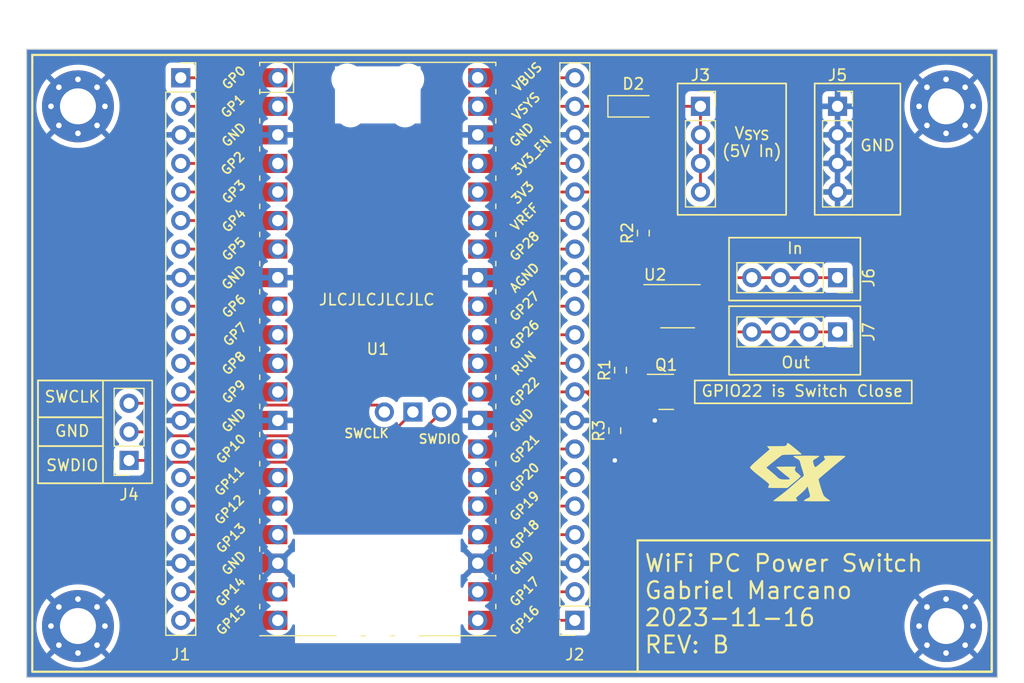
<source format=kicad_pcb>
(kicad_pcb (version 20221018) (generator pcbnew)
  (layers (0 "F.Cu" signal) (31 "B.Cu" signal) (34 "B.Paste" user) (35 "F.Paste" user) (36 "B.SilkS" user "B.Silkscreen") (37 "F.SilkS" user "F.Silkscreen") (38 "B.Mask" user) (39 "F.Mask" user) (44 "Edge.Cuts" user))
  (property "AUTHOR" "Gabriel Marcano")
  (net 0 "")
  (net 1 "Net-(Q1-G)")
  (net 2 "GND")
  (net 3 "Net-(Q1-D)")
  (net 4 "Net-(R2-Pad1)")
  (net 5 "Net-(J7-Pin_1)")
  (net 6 "Net-(J6-Pin_1)")
  (net 7 "Net-(D2-K)")
  (net 8 "Net-(D2-A)")
  (net 9 "Net-(J1-Pin_1)")
  (net 10 "Net-(J1-Pin_2)")
  (net 11 "Net-(J1-Pin_4)")
  (net 12 "Net-(J1-Pin_5)")
  (net 13 "Net-(J1-Pin_6)")
  (net 14 "Net-(J1-Pin_7)")
  (net 15 "Net-(J1-Pin_9)")
  (net 16 "Net-(J1-Pin_10)")
  (net 17 "Net-(J1-Pin_11)")
  (net 18 "Net-(J1-Pin_12)")
  (net 19 "Net-(J1-Pin_14)")
  (net 20 "Net-(J1-Pin_15)")
  (net 21 "Net-(J1-Pin_16)")
  (net 22 "Net-(J1-Pin_17)")
  (net 23 "Net-(J1-Pin_19)")
  (net 24 "Net-(J1-Pin_20)")
  (net 25 "Net-(J2-Pin_1)")
  (net 26 "Net-(J2-Pin_2)")
  (net 27 "Net-(J2-Pin_4)")
  (net 28 "Net-(J2-Pin_5)")
  (net 29 "Net-(J2-Pin_6)")
  (net 30 "Net-(J2-Pin_7)")
  (net 31 "Net-(J2-Pin_10)")
  (net 32 "Net-(J2-Pin_11)")
  (net 33 "Net-(J2-Pin_12)")
  (net 34 "Net-(J2-Pin_14)")
  (net 35 "Net-(J2-Pin_15)")
  (net 36 "/V_{3.3}")
  (net 37 "Net-(J2-Pin_17)")
  (net 38 "Net-(J2-Pin_20)")
  (net 39 "Net-(J4-Pin_3)")
  (net 40 "Net-(J4-Pin_2)")
  (net 41 "Net-(J4-Pin_1)")
  (net 42 "/EN")
  (footprint "Package_TO_SOT_SMD:SOT-23" (layer "F.Cu") (at 188.976 105.664)
    (fp_text reference "Q1" (at 0 -2.4) (layer "F.SilkS"))
    (fp_text value "BSS123")
    (pad "1" smd roundrect (at -0.9375 -0.95) (size 1.475 0.6) (layers "F.Cu" "F.Paste" "F.Mask") (net 1 "Net-(Q1-G)"))
    (pad "2" smd roundrect (at -0.9375 0.95) (size 1.475 0.6) (layers "F.Cu" "F.Paste" "F.Mask") (net 2 "GND"))
    (pad "3" smd roundrect (at 0.9375 0) (size 1.475 0.6) (layers "F.Cu" "F.Paste" "F.Mask") (net 3 "Net-(Q1-D)"))
  )
  (footprint "Connector_PinSocket_2.54mm:PinSocket_1x04_P2.54mm_Vertical" (layer "F.Cu") (at 204.216 100.33 -90)
    (fp_text reference "J7" (at 0 -2.77 90) (layer "F.SilkS"))
    (fp_text value "Conn_01x04_Socket")
    (pad "1" thru_hole rect (at 0 0 270) (size 1.7 1.7) (drill 1) (layers "*.Cu" "*.Mask") (net 5 "Net-(J7-Pin_1)"))
    (pad "2" thru_hole oval (at 0 2.54 270) (size 1.7 1.7) (drill 1) (layers "*.Cu" "*.Mask") (net 5 "Net-(J7-Pin_1)"))
    (pad "3" thru_hole oval (at 0 5.08 270) (size 1.7 1.7) (drill 1) (layers "*.Cu" "*.Mask") (net 5 "Net-(J7-Pin_1)"))
    (pad "4" thru_hole oval (at 0 7.62 270) (size 1.7 1.7) (drill 1) (layers "*.Cu" "*.Mask") (net 5 "Net-(J7-Pin_1)"))
  )
  (footprint "Connector_PinSocket_2.54mm:PinSocket_1x04_P2.54mm_Vertical" (layer "F.Cu") (at 204.216 95.504 -90)
    (fp_text reference "J6" (at 0 -2.77 90) (layer "F.SilkS"))
    (fp_text value "Conn_01x04_Socket")
    (pad "1" thru_hole rect (at 0 0 270) (size 1.7 1.7) (drill 1) (layers "*.Cu" "*.Mask") (net 6 "Net-(J6-Pin_1)"))
    (pad "2" thru_hole oval (at 0 2.54 270) (size 1.7 1.7) (drill 1) (layers "*.Cu" "*.Mask") (net 6 "Net-(J6-Pin_1)"))
    (pad "3" thru_hole oval (at 0 5.08 270) (size 1.7 1.7) (drill 1) (layers "*.Cu" "*.Mask") (net 6 "Net-(J6-Pin_1)"))
    (pad "4" thru_hole oval (at 0 7.62 270) (size 1.7 1.7) (drill 1) (layers "*.Cu" "*.Mask") (net 6 "Net-(J6-Pin_1)"))
  )
  (footprint "Connector_PinSocket_2.54mm:PinSocket_1x20_P2.54mm_Vertical" (layer "F.Cu") (at 145.796 77.724)
    (fp_text reference "J1" (at 0 51.308) (layer "F.SilkS"))
    (fp_text value "Conn_01x20_Socket")
    (pad "1" thru_hole rect (at 0 0) (size 1.7 1.7) (drill 1) (layers "*.Cu" "*.Mask") (net 9 "Net-(J1-Pin_1)"))
    (pad "2" thru_hole oval (at 0 2.54) (size 1.7 1.7) (drill 1) (layers "*.Cu" "*.Mask") (net 10 "Net-(J1-Pin_2)"))
    (pad "3" thru_hole oval (at 0 5.08) (size 1.7 1.7) (drill 1) (layers "*.Cu" "*.Mask") (net 2 "GND"))
    (pad "4" thru_hole oval (at 0 7.62) (size 1.7 1.7) (drill 1) (layers "*.Cu" "*.Mask") (net 11 "Net-(J1-Pin_4)"))
    (pad "5" thru_hole oval (at 0 10.16) (size 1.7 1.7) (drill 1) (layers "*.Cu" "*.Mask") (net 12 "Net-(J1-Pin_5)"))
    (pad "6" thru_hole oval (at 0 12.7) (size 1.7 1.7) (drill 1) (layers "*.Cu" "*.Mask") (net 13 "Net-(J1-Pin_6)"))
    (pad "7" thru_hole oval (at 0 15.24) (size 1.7 1.7) (drill 1) (layers "*.Cu" "*.Mask") (net 14 "Net-(J1-Pin_7)"))
    (pad "8" thru_hole oval (at 0 17.78) (size 1.7 1.7) (drill 1) (layers "*.Cu" "*.Mask") (net 2 "GND"))
    (pad "9" thru_hole oval (at 0 20.32) (size 1.7 1.7) (drill 1) (layers "*.Cu" "*.Mask") (net 15 "Net-(J1-Pin_9)"))
    (pad "10" thru_hole oval (at 0 22.86) (size 1.7 1.7) (drill 1) (layers "*.Cu" "*.Mask") (net 16 "Net-(J1-Pin_10)"))
    (pad "11" thru_hole oval (at 0 25.4) (size 1.7 1.7) (drill 1) (layers "*.Cu" "*.Mask") (net 17 "Net-(J1-Pin_11)"))
    (pad "12" thru_hole oval (at 0 27.94) (size 1.7 1.7) (drill 1) (layers "*.Cu" "*.Mask") (net 18 "Net-(J1-Pin_12)"))
    (pad "13" thru_hole oval (at 0 30.48) (size 1.7 1.7) (drill 1) (layers "*.Cu" "*.Mask") (net 2 "GND"))
    (pad "14" thru_hole oval (at 0 33.02) (size 1.7 1.7) (drill 1) (layers "*.Cu" "*.Mask") (net 19 "Net-(J1-Pin_14)"))
    (pad "15" thru_hole oval (at 0 35.56) (size 1.7 1.7) (drill 1) (layers "*.Cu" "*.Mask") (net 20 "Net-(J1-Pin_15)"))
    (pad "16" thru_hole oval (at 0 38.1) (size 1.7 1.7) (drill 1) (layers "*.Cu" "*.Mask") (net 21 "Net-(J1-Pin_16)"))
    (pad "17" thru_hole oval (at 0 40.64) (size 1.7 1.7) (drill 1) (layers "*.Cu" "*.Mask") (net 22 "Net-(J1-Pin_17)"))
    (pad "18" thru_hole oval (at 0 43.18) (size 1.7 1.7) (drill 1) (layers "*.Cu" "*.Mask") (net 2 "GND"))
    (pad "19" thru_hole oval (at 0 45.72) (size 1.7 1.7) (drill 1) (layers "*.Cu" "*.Mask") (net 23 "Net-(J1-Pin_19)"))
    (pad "20" thru_hole oval (at 0 48.26) (size 1.7 1.7) (drill 1) (layers "*.Cu" "*.Mask") (net 24 "Net-(J1-Pin_20)"))
  )
  (footprint "Resistor_SMD:R_0603_1608Metric_Pad0.98x0.95mm_HandSolder" (layer "F.Cu") (at 184.912 103.7355 90)
    (fp_text reference "R1" (at 0 -1.43 90) (layer "F.SilkS"))
    (fp_text value "10k")
    (pad "1" smd roundrect (at -0.9125 0 90) (size 0.975 0.95) (layers "F.Cu" "F.Paste" "F.Mask") (net 1 "Net-(Q1-G)"))
    (pad "2" smd roundrect (at 0.9125 0 90) (size 0.975 0.95) (layers "F.Cu" "F.Paste" "F.Mask") (net 42 "/EN"))
  )
  (footprint "MountingHole:MountingHole_3.2mm_M3_Pad_Via" (layer "F.Cu") (at 213.868 80.264)
    (fp_text reference "H2" hide)
    (fp_text value "MountingHole_Pad")
    (pad "1" thru_hole circle (at -2.4 0) (size 0.8 0.8) (drill 0.5) (layers "*.Cu" "*.Mask") (net 2 "GND"))
    (pad "1" thru_hole circle (at -1.697056 -1.697056) (size 0.8 0.8) (drill 0.5) (layers "*.Cu" "*.Mask") (net 2 "GND"))
    (pad "1" thru_hole circle (at -1.697056 1.697056) (size 0.8 0.8) (drill 0.5) (layers "*.Cu" "*.Mask") (net 2 "GND"))
    (pad "1" thru_hole circle (at 0 -2.4) (size 0.8 0.8) (drill 0.5) (layers "*.Cu" "*.Mask") (net 2 "GND"))
    (pad "1" thru_hole circle (at 0 0) (size 6.4 6.4) (drill 3.2) (layers "*.Cu" "*.Mask") (net 2 "GND"))
    (pad "1" thru_hole circle (at 0 2.4) (size 0.8 0.8) (drill 0.5) (layers "*.Cu" "*.Mask") (net 2 "GND"))
    (pad "1" thru_hole circle (at 1.697056 -1.697056) (size 0.8 0.8) (drill 0.5) (layers "*.Cu" "*.Mask") (net 2 "GND"))
    (pad "1" thru_hole circle (at 1.697056 1.697056) (size 0.8 0.8) (drill 0.5) (layers "*.Cu" "*.Mask") (net 2 "GND"))
    (pad "1" thru_hole circle (at 2.4 0) (size 0.8 0.8) (drill 0.5) (layers "*.Cu" "*.Mask") (net 2 "GND"))
  )
  (footprint "Marcano:GX_logo" (layer "F.Cu") (at 200.66 112.776)
    (fp_text reference "G***" hide)
    (fp_text value "GX_LOGO" hide)
  )
  (footprint "Connector_PinSocket_2.54mm:PinSocket_1x04_P2.54mm_Vertical" (layer "F.Cu") (at 204.216 80.264)
    (fp_text reference "J5" (at 0 -2.77) (layer "F.SilkS"))
    (fp_text value "Conn_01x04_Socket")
    (pad "1" thru_hole rect (at 0 0) (size 1.7 1.7) (drill 1) (layers "*.Cu" "*.Mask") (net 2 "GND"))
    (pad "2" thru_hole oval (at 0 2.54) (size 1.7 1.7) (drill 1) (layers "*.Cu" "*.Mask") (net 2 "GND"))
    (pad "3" thru_hole oval (at 0 5.08) (size 1.7 1.7) (drill 1) (layers "*.Cu" "*.Mask") (net 2 "GND"))
    (pad "4" thru_hole oval (at 0 7.62) (size 1.7 1.7) (drill 1) (layers "*.Cu" "*.Mask") (net 2 "GND"))
  )
  (footprint "Diode_SMD:Nexperia_CFP3_SOD-123W" (layer "F.Cu") (at 186.052 80.264)
    (fp_text reference "D2" (at 0 -2) (layer "F.SilkS"))
    (fp_text value "PMEG2010ER")
    (pad "1" smd rect (at -1.4 0) (size 1.2 1.2) (layers "F.Cu" "F.Paste" "F.Mask") (net 7 "Net-(D2-K)"))
    (pad "2" smd rect (at 1.4 0) (size 1.2 1.2) (layers "F.Cu" "F.Paste" "F.Mask") (net 8 "Net-(D2-A)"))
  )
  (footprint "Connector_PinSocket_2.54mm:PinSocket_1x04_P2.54mm_Vertical" (layer "F.Cu") (at 192.024 80.264)
    (fp_text reference "J3" (at 0 -2.77) (layer "F.SilkS"))
    (fp_text value "Conn_01x04_Socket")
    (pad "1" thru_hole rect (at 0 0) (size 1.7 1.7) (drill 1) (layers "*.Cu" "*.Mask") (net 8 "Net-(D2-A)"))
    (pad "2" thru_hole oval (at 0 2.54) (size 1.7 1.7) (drill 1) (layers "*.Cu" "*.Mask") (net 8 "Net-(D2-A)"))
    (pad "3" thru_hole oval (at 0 5.08) (size 1.7 1.7) (drill 1) (layers "*.Cu" "*.Mask") (net 8 "Net-(D2-A)"))
    (pad "4" thru_hole oval (at 0 7.62) (size 1.7 1.7) (drill 1) (layers "*.Cu" "*.Mask") (net 8 "Net-(D2-A)"))
  )
  (footprint "Connector_PinSocket_2.54mm:PinSocket_1x03_P2.54mm_Vertical" (layer "F.Cu") (at 141.199 111.76 180)
    (fp_text reference "J4" (at 0 -3.048) (layer "F.SilkS"))
    (fp_text value "Conn_01x03_Socket" hide)
    (pad "1" thru_hole rect (at 0 0 180) (size 1.7 1.7) (drill 1) (layers "*.Cu" "*.Mask") (net 41 "Net-(J4-Pin_1)"))
    (pad "2" thru_hole oval (at 0 2.54 180) (size 1.7 1.7) (drill 1) (layers "*.Cu" "*.Mask") (net 40 "Net-(J4-Pin_2)"))
    (pad "3" thru_hole oval (at 0 5.08 180) (size 1.7 1.7) (drill 1) (layers "*.Cu" "*.Mask") (net 39 "Net-(J4-Pin_3)"))
  )
  (footprint "Resistor_SMD:R_0603_1608Metric_Pad0.98x0.95mm_HandSolder" (layer "F.Cu") (at 184.404 109.1165 90)
    (fp_text reference "R3" (at 0 -1.43 90) (layer "F.SilkS"))
    (fp_text value "10k")
    (pad "1" smd roundrect (at -0.9125 0 90) (size 0.975 0.95) (layers "F.Cu" "F.Paste" "F.Mask") (net 2 "GND"))
    (pad "2" smd roundrect (at 0.9125 0 90) (size 0.975 0.95) (layers "F.Cu" "F.Paste" "F.Mask") (net 42 "/EN"))
  )
  (footprint "Resistor_SMD:R_0603_1608Metric_Pad0.98x0.95mm_HandSolder" (layer "F.Cu") (at 186.944 91.5435 90)
    (fp_text reference "R2" (at 0 -1.43 90) (layer "F.SilkS"))
    (fp_text value "360")
    (pad "1" smd roundrect (at -0.9125 0 90) (size 0.975 0.95) (layers "F.Cu" "F.Paste" "F.Mask") (net 4 "Net-(R2-Pad1)"))
    (pad "2" smd roundrect (at 0.9125 0 90) (size 0.975 0.95) (layers "F.Cu" "F.Paste" "F.Mask") (net 36 "/V_{3.3}"))
  )
  (footprint "RPi_Pico:RPi_PicoW_SMD_TH" (layer "F.Cu") (at 163.322 101.854)
    (fp_text reference "U1" (at 0 0) (layer "F.SilkS"))
    (fp_text value "PicoW")
    (fp_text user "3V3" (at 12.9 -13.9 45) (layer "F.SilkS") (effects (font (size 0.8 0.8))))
    (fp_text user "GND" (at -12.8 -19.05 45) (layer "F.SilkS") (effects (font (size 0.8 0.8))))
    (fp_text user "GP13" (at -13.054 16.8325 45) (layer "F.SilkS") (effects (font (size 0.8 0.8))))
    (fp_text user "GND" (at 12.8 19.05 45) (layer "F.SilkS") (effects (font (size 0.8 0.8))))
    (fp_text user "SWDIO" (at 5.5 8) (layer "F.SilkS") (effects (font (size 0.8 0.8))))
    (fp_text user "GP18" (at 13.054 16.51 45) (layer "F.SilkS") (effects (font (size 0.8 0.8))))
    (fp_text user "GP3" (at -12.8 -13.97 45) (layer "F.SilkS") (effects (font (size 0.8 0.8))))
    (fp_text user "GP5" (at -12.8 -8.89 45) (layer "F.SilkS") (effects (font (size 0.8 0.8))))
    (fp_text user "GP4" (at -12.8 -11.43 45) (layer "F.SilkS") (effects (font (size 0.8 0.8))))
    (fp_text user "GP26" (at 13.054 -1.27 45) (layer "F.SilkS") (effects (font (size 0.8 0.8))))
    (fp_text user "GP16" (at 13.054 24.13 45) (layer "F.SilkS") (effects (font (size 0.8 0.8))))
    (fp_text user "GP2" (at -12.9 -16.51 45) (layer "F.SilkS") (effects (font (size 0.8 0.8))))
    (fp_text user "GP0" (at -12.8 -24.13 45) (layer "F.SilkS") (effects (font (size 0.8 0.8))))
    (fp_text user "VSYS" (at 13.2 -21.59 45) (layer "F.SilkS") (effects (font (size 0.8 0.8))))
    (fp_text user "GP28" (at 13.054 -9.144 45) (layer "F.SilkS") (effects (font (size 0.8 0.8))))
    (fp_text user "GP1" (at -12.9 -21.6 45) (layer "F.SilkS") (effects (font (size 0.8 0.8))))
    (fp_text user "GP14" (at -13.1 21.59 45) (layer "F.SilkS") (effects (font (size 0.8 0.8))))
    (fp_text user "AGND" (at 13.054 -6.35 45) (layer "F.SilkS") (effects (font (size 0.8 0.8))))
    (fp_text user "GP22" (at 13.054 3.81 45) (layer "F.SilkS") (effects (font (size 0.8 0.8))))
    (fp_text user "GND" (at -12.8 19.05 45) (layer "F.SilkS") (effects (font (size 0.8 0.8))))
    (fp_text user "GND" (at 12.8 -19.05 45) (layer "F.SilkS") (effects (font (size 0.8 0.8))))
    (fp_text user "GND" (at -12.8 -6.35 45) (layer "F.SilkS") (effects (font (size 0.8 0.8))))
    (fp_text user "VREF" (at 13.0675 -11.7425 45) (layer "F.SilkS") (effects (font (size 0.8 0.8))))
    (fp_text user "GP8" (at -12.8 1.27 45) (layer "F.SilkS") (effects (font (size 0.8 0.8))))
    (fp_text user "GP15" (at -13.054 24.13 45) (layer "F.SilkS") (effects (font (size 0.8 0.8))))
    (fp_text user "GP17" (at 13.054 21.59 45) (layer "F.SilkS") (effects (font (size 0.8 0.8))))
    (fp_text user "RUN" (at 13 1.27 45) (layer "F.SilkS") (effects (font (size 0.8 0.8))))
    (fp_text user "GP21" (at 13.054 8.9 45) (layer "F.SilkS") (effects (font (size 0.8 0.8))))
    (fp_text user "GP27" (at 13.054 -3.8 45) (layer "F.SilkS") (effects (font (size 0.8 0.8))))
    (fp_text user "GP20" (at 13.054 11.43 45) (layer "F.SilkS") (effects (font (size 0.8 0.8))))
    (fp_text user "GP6" (at -12.8 -3.81 45) (layer "F.SilkS") (effects (font (size 0.8 0.8))))
    (fp_text user "GP10" (at -13.054 8.89 45) (layer "F.SilkS") (effects (font (size 0.8 0.8))))
    (fp_text user "GP11" (at -13.2 11.7525 45) (layer "F.SilkS") (effects (font (size 0.8 0.8))))
    (fp_text user "VBUS" (at 13.3 -24.2 45) (layer "F.SilkS") (effects (font (size 0.8 0.8))))
    (fp_text user "GP7" (at -12.7 -1.3 45) (layer "F.SilkS") (effects (font (size 0.8 0.8))))
    (fp_text user "GP12" (at -13.2 14.2925 45) (layer "F.SilkS") (effects (font (size 0.8 0.8))))
    (fp_text user "GP9" (at -12.8 3.81 45) (layer "F.SilkS") (effects (font (size 0.8 0.8))))
    (fp_text user "GND" (at -12.8 6.35 45) (layer "F.SilkS") (effects (font (size 0.8 0.8))))
    (fp_text user "SWCLK" (at -1 7.5) (layer "F.SilkS") (effects (font (size 0.8 0.8))))
    (fp_text user "3V3_EN" (at 13.7 -17.2 45) (layer "F.SilkS") (effects (font (size 0.8 0.8))))
    (fp_text user "GP19" (at 13.054 13.97 45) (layer "F.SilkS") (effects (font (size 0.8 0.8))))
    (fp_text user "GND" (at 12.8 6.35 45) (layer "F.SilkS") (effects (font (size 0.8 0.8))))
    (pad "" np_thru_hole oval (at -2.725 -24) (size 1.8 1.8) (drill 1.8) (layers "*.Cu" "*.Mask"))
    (pad "" np_thru_hole oval (at -2.425 -20.97) (size 1.5 1.5) (drill 1.5) (layers "*.Cu" "*.Mask"))
    (pad "" np_thru_hole oval (at 2.425 -20.97) (size 1.5 1.5) (drill 1.5) (layers "*.Cu" "*.Mask"))
    (pad "" np_thru_hole oval (at 2.725 -24) (size 1.8 1.8) (drill 1.8) (layers "*.Cu" "*.Mask"))
    (pad "1" thru_hole oval (at -8.89 -24.13) (size 1.7 1.7) (drill 1.02) (layers "*.Cu" "*.Mask") (net 9 "Net-(J1-Pin_1)"))
    (pad "1" smd rect (at -8.89 -24.13) (size 3.5 1.7) (drill (offset -0.9 0)) (layers "F.Cu" "F.Mask") (net 9 "Net-(J1-Pin_1)"))
    (pad "2" thru_hole oval (at -8.89 -21.59) (size 1.7 1.7) (drill 1.02) (layers "*.Cu" "*.Mask") (net 10 "Net-(J1-Pin_2)"))
    (pad "2" smd rect (at -8.89 -21.59) (size 3.5 1.7) (drill (offset -0.9 0)) (layers "F.Cu" "F.Mask") (net 10 "Net-(J1-Pin_2)"))
    (pad "3" thru_hole rect (at -8.89 -19.05) (size 1.7 1.7) (drill 1.02) (layers "*.Cu" "*.Mask") (net 2 "GND"))
    (pad "3" smd rect (at -8.89 -19.05) (size 3.5 1.7) (drill (offset -0.9 0)) (layers "F.Cu" "F.Mask") (net 2 "GND"))
    (pad "4" thru_hole oval (at -8.89 -16.51) (size 1.7 1.7) (drill 1.02) (layers "*.Cu" "*.Mask") (net 11 "Net-(J1-Pin_4)"))
    (pad "4" smd rect (at -8.89 -16.51) (size 3.5 1.7) (drill (offset -0.9 0)) (layers "F.Cu" "F.Mask") (net 11 "Net-(J1-Pin_4)"))
    (pad "5" thru_hole oval (at -8.89 -13.97) (size 1.7 1.7) (drill 1.02) (layers "*.Cu" "*.Mask") (net 12 "Net-(J1-Pin_5)"))
    (pad "5" smd rect (at -8.89 -13.97) (size 3.5 1.7) (drill (offset -0.9 0)) (layers "F.Cu" "F.Mask") (net 12 "Net-(J1-Pin_5)"))
    (pad "6" thru_hole oval (at -8.89 -11.43) (size 1.7 1.7) (drill 1.02) (layers "*.Cu" "*.Mask") (net 13 "Net-(J1-Pin_6)"))
    (pad "6" smd rect (at -8.89 -11.43) (size 3.5 1.7) (drill (offset -0.9 0)) (layers "F.Cu" "F.Mask") (net 13 "Net-(J1-Pin_6)"))
    (pad "7" thru_hole oval (at -8.89 -8.89) (size 1.7 1.7) (drill 1.02) (layers "*.Cu" "*.Mask") (net 14 "Net-(J1-Pin_7)"))
    (pad "7" smd rect (at -8.89 -8.89) (size 3.5 1.7) (drill (offset -0.9 0)) (layers "F.Cu" "F.Mask") (net 14 "Net-(J1-Pin_7)"))
    (pad "8" thru_hole rect (at -8.89 -6.35) (size 1.7 1.7) (drill 1.02) (layers "*.Cu" "*.Mask") (net 2 "GND"))
    (pad "8" smd rect (at -8.89 -6.35) (size 3.5 1.7) (drill (offset -0.9 0)) (layers "F.Cu" "F.Mask") (net 2 "GND"))
    (pad "9" thru_hole oval (at -8.89 -3.81) (size 1.7 1.7) (drill 1.02) (layers "*.Cu" "*.Mask") (net 15 "Net-(J1-Pin_9)"))
    (pad "9" smd rect (at -8.89 -3.81) (size 3.5 1.7) (drill (offset -0.9 0)) (layers "F.Cu" "F.Mask") (net 15 "Net-(J1-Pin_9)"))
    (pad "10" thru_hole oval (at -8.89 -1.27) (size 1.7 1.7) (drill 1.02) (layers "*.Cu" "*.Mask") (net 16 "Net-(J1-Pin_10)"))
    (pad "10" smd rect (at -8.89 -1.27) (size 3.5 1.7) (drill (offset -0.9 0)) (layers "F.Cu" "F.Mask") (net 16 "Net-(J1-Pin_10)"))
    (pad "11" thru_hole oval (at -8.89 1.27) (size 1.7 1.7) (drill 1.02) (layers "*.Cu" "*.Mask") (net 17 "Net-(J1-Pin_11)"))
    (pad "11" smd rect (at -8.89 1.27) (size 3.5 1.7) (drill (offset -0.9 0)) (layers "F.Cu" "F.Mask") (net 17 "Net-(J1-Pin_11)"))
    (pad "12" thru_hole oval (at -8.89 3.81) (size 1.7 1.7) (drill 1.02) (layers "*.Cu" "*.Mask") (net 18 "Net-(J1-Pin_12)"))
    (pad "12" smd rect (at -8.89 3.81) (size 3.5 1.7) (drill (offset -0.9 0)) (layers "F.Cu" "F.Mask") (net 18 "Net-(J1-Pin_12)"))
    (pad "13" thru_hole rect (at -8.89 6.35) (size 1.7 1.7) (drill 1.02) (layers "*.Cu" "*.Mask") (net 2 "GND"))
    (pad "13" smd rect (at -8.89 6.35) (size 3.5 1.7) (drill (offset -0.9 0)) (layers "F.Cu" "F.Mask") (net 2 "GND"))
    (pad "14" thru_hole oval (at -8.89 8.89) (size 1.7 1.7) (drill 1.02) (layers "*.Cu" "*.Mask") (net 19 "Net-(J1-Pin_14)"))
    (pad "14" smd rect (at -8.89 8.89) (size 3.5 1.7) (drill (offset -0.9 0)) (layers "F.Cu" "F.Mask") (net 19 "Net-(J1-Pin_14)"))
    (pad "15" thru_hole oval (at -8.89 11.43) (size 1.7 1.7) (drill 1.02) (layers "*.Cu" "*.Mask") (net 20 "Net-(J1-Pin_15)"))
    (pad "15" smd rect (at -8.89 11.43) (size 3.5 1.7) (drill (offset -0.9 0)) (layers "F.Cu" "F.Mask") (net 20 "Net-(J1-Pin_15)"))
    (pad "16" thru_hole oval (at -8.89 13.97) (size 1.7 1.7) (drill 1.02) (layers "*.Cu" "*.Mask") (net 21 "Net-(J1-Pin_16)"))
    (pad "16" smd rect (at -8.89 13.97) (size 3.5 1.7) (drill (offset -0.9 0)) (layers "F.Cu" "F.Mask") (net 21 "Net-(J1-Pin_16)"))
    (pad "17" thru_hole oval (at -8.89 16.51) (size 1.7 1.7) (drill 1.02) (layers "*.Cu" "*.Mask") (net 22 "Net-(J1-Pin_17)"))
    (pad "17" smd rect (at -8.89 16.51) (size 3.5 1.7) (drill (offset -0.9 0)) (layers "F.Cu" "F.Mask") (net 22 "Net-(J1-Pin_17)"))
    (pad "18" thru_hole rect (at -8.89 19.05) (size 1.7 1.7) (drill 1.02) (layers "*.Cu" "*.Mask") (net 2 "GND"))
    (pad "18" smd rect (at -8.89 19.05) (size 3.5 1.7) (drill (offset -0.9 0)) (layers "F.Cu" "F.Mask") (net 2 "GND"))
    (pad "19" thru_hole oval (at -8.89 21.59) (size 1.7 1.7) (drill 1.02) (layers "*.Cu" "*.Mask") (net 23 "Net-(J1-Pin_19)"))
    (pad "19" smd rect (at -8.89 21.59) (size 3.5 1.7) (drill (offset -0.9 0)) (layers "F.Cu" "F.Mask") (net 23 "Net-(J1-Pin_19)"))
    (pad "20" thru_hole oval (at -8.89 24.13) (size 1.7 1.7) (drill 1.02) (layers "*.Cu" "*.Mask") (net 24 "Net-(J1-Pin_20)"))
    (pad "20" smd rect (at -8.89 24.13) (size 3.5 1.7) (drill (offset -0.9 0)) (layers "F.Cu" "F.Mask") (net 24 "Net-(J1-Pin_20)"))
    (pad "21" thru_hole oval (at 8.89 24.13) (size 1.7 1.7) (drill 1.02) (layers "*.Cu" "*.Mask") (net 25 "Net-(J2-Pin_1)"))
    (pad "21" smd rect (at 8.89 24.13) (size 3.5 1.7) (drill (offset 0.9 0)) (layers "F.Cu" "F.Mask") (net 25 "Net-(J2-Pin_1)"))
    (pad "22" thru_hole oval (at 8.89 21.59) (size 1.7 1.7) (drill 1.02) (layers "*.Cu" "*.Mask") (net 26 "Net-(J2-Pin_2)"))
    (pad "22" smd rect (at 8.89 21.59) (size 3.5 1.7) (drill (offset 0.9 0)) (layers "F.Cu" "F.Mask") (net 26 "Net-(J2-Pin_2)"))
    (pad "23" thru_hole rect (at 8.89 19.05) (size 1.7 1.7) (drill 1.02) (layers "*.Cu" "*.Mask") (net 2 "GND"))
    (pad "23" smd rect (at 8.89 19.05) (size 3.5 1.7) (drill (offset 0.9 0)) (layers "F.Cu" "F.Mask") (net 2 "GND"))
    (pad "24" thru_hole oval (at 8.89 16.51) (size 1.7 1.7) (drill 1.02) (layers "*.Cu" "*.Mask") (net 27 "Net-(J2-Pin_4)"))
    (pad "24" smd rect (at 8.89 16.51) (size 3.5 1.7) (drill (offset 0.9 0)) (layers "F.Cu" "F.Mask") (net 27 "Net-(J2-Pin_4)"))
    (pad "25" thru_hole oval (at 8.89 13.97) (size 1.7 1.7) (drill 1.02) (layers "*.Cu" "*.Mask") (net 28 "Net-(J2-Pin_5)"))
    (pad "25" smd rect (at 8.89 13.97) (size 3.5 1.7) (drill (offset 0.9 0)) (layers "F.Cu" "F.Mask") (net 28 "Net-(J2-Pin_5)"))
    (pad "26" thru_hole oval (at 8.89 11.43) (size 1.7 1.7) (drill 1.02) (layers "*.Cu" "*.Mask") (net 29 "Net-(J2-Pin_6)"))
    (pad "26" smd rect (at 8.89 11.43) (size 3.5 1.7) (drill (offset 0.9 0)) (layers "F.Cu" "F.Mask") (net 29 "Net-(J2-Pin_6)"))
    (pad "27" thru_hole oval (at 8.89 8.89) (size 1.7 1.7) (drill 1.02) (layers "*.Cu" "*.Mask") (net 30 "Net-(J2-Pin_7)"))
    (pad "27" smd rect (at 8.89 8.89) (size 3.5 1.7) (drill (offset 0.9 0)) (layers "F.Cu" "F.Mask") (net 30 "Net-(J2-Pin_7)"))
    (pad "28" thru_hole rect (at 8.89 6.35) (size 1.7 1.7) (drill 1.02) (layers "*.Cu" "*.Mask") (net 2 "GND"))
    (pad "28" smd rect (at 8.89 6.35) (size 3.5 1.7) (drill (offset 0.9 0)) (layers "F.Cu" "F.Mask") (net 2 "GND"))
    (pad "29" thru_hole oval (at 8.89 3.81) (size 1.7 1.7) (drill 1.02) (layers "*.Cu" "*.Mask") (net 42 "/EN"))
    (pad "29" smd rect (at 8.89 3.81) (size 3.5 1.7) (drill (offset 0.9 0)) (layers "F.Cu" "F.Mask") (net 42 "/EN"))
    (pad "30" thru_hole oval (at 8.89 1.27) (size 1.7 1.7) (drill 1.02) (layers "*.Cu" "*.Mask") (net 31 "Net-(J2-Pin_10)"))
    (pad "30" smd rect (at 8.89 1.27) (size 3.5 1.7) (drill (offset 0.9 0)) (layers "F.Cu" "F.Mask") (net 31 "Net-(J2-Pin_10)"))
    (pad "31" thru_hole oval (at 8.89 -1.27) (size 1.7 1.7) (drill 1.02) (layers "*.Cu" "*.Mask") (net 32 "Net-(J2-Pin_11)"))
    (pad "31" smd rect (at 8.89 -1.27) (size 3.5 1.7) (drill (offset 0.9 0)) (layers "F.Cu" "F.Mask") (net 32 "Net-(J2-Pin_11)"))
    (pad "32" thru_hole oval (at 8.89 -3.81) (size 1.7 1.7) (drill 1.02) (layers "*.Cu" "*.Mask") (net 33 "Net-(J2-Pin_12)"))
    (pad "32" smd rect (at 8.89 -3.81) (size 3.5 1.7) (drill (offset 0.9 0)) (layers "F.Cu" "F.Mask") (net 33 "Net-(J2-Pin_12)"))
    (pad "33" thru_hole rect (at 8.89 -6.35) (size 1.7 1.7) (drill 1.02) (layers "*.Cu" "*.Mask") (net 2 "GND"))
    (pad "33" smd rect (at 8.89 -6.35) (size 3.5 1.7) (drill (offset 0.9 0)) (layers "F.Cu" "F.Mask") (net 2 "GND"))
    (pad "34" thru_hole oval (at 8.89 -8.89) (size 1.7 1.7) (drill 1.02) (layers "*.Cu" "*.Mask") (net 34 "Net-(J2-Pin_14)"))
    (pad "34" smd rect (at 8.89 -8.89) (size 3.5 1.7) (drill (offset 0.9 0)) (layers "F.Cu" "F.Mask") (net 34 "Net-(J2-Pin_14)"))
    (pad "35" thru_hole oval (at 8.89 -11.43) (size 1.7 1.7) (drill 1.02) (layers "*.Cu" "*.Mask") (net 35 "Net-(J2-Pin_15)"))
    (pad "35" smd rect (at 8.89 -11.43) (size 3.5 1.7) (drill (offset 0.9 0)) (layers "F.Cu" "F.Mask") (net 35 "Net-(J2-Pin_15)"))
    (pad "36" thru_hole oval (at 8.89 -13.97) (size 1.7 1.7) (drill 1.02) (layers "*.Cu" "*.Mask") (net 36 "/V_{3.3}"))
    (pad "36" smd rect (at 8.89 -13.97) (size 3.5 1.7) (drill (offset 0.9 0)) (layers "F.Cu" "F.Mask") (net 36 "/V_{3.3}"))
    (pad "37" thru_hole oval (at 8.89 -16.51) (size 1.7 1.7) (drill 1.02) (layers "*.Cu" "*.Mask") (net 37 "Net-(J2-Pin_17)"))
    (pad "37" smd rect (at 8.89 -16.51) (size 3.5 1.7) (drill (offset 0.9 0)) (layers "F.Cu" "F.Mask") (net 37 "Net-(J2-Pin_17)"))
    (pad "38" thru_hole rect (at 8.89 -19.05) (size 1.7 1.7) (drill 1.02) (layers "*.Cu" "*.Mask") (net 2 "GND"))
    (pad "38" smd rect (at 8.89 -19.05) (size 3.5 1.7) (drill (offset 0.9 0)) (layers "F.Cu" "F.Mask") (net 2 "GND"))
    (pad "39" thru_hole oval (at 8.89 -21.59) (size 1.7 1.7) (drill 1.02) (layers "*.Cu" "*.Mask") (net 7 "Net-(D2-K)"))
    (pad "39" smd rect (at 8.89 -21.59) (size 3.5 1.7) (drill (offset 0.9 0)) (layers "F.Cu" "F.Mask") (net 7 "Net-(D2-K)"))
    (pad "40" thru_hole oval (at 8.89 -24.13) (size 1.7 1.7) (drill 1.02) (layers "*.Cu" "*.Mask") (net 38 "Net-(J2-Pin_20)"))
    (pad "40" smd rect (at 8.89 -24.13) (size 3.5 1.7) (drill (offset 0.9 0)) (layers "F.Cu" "F.Mask") (net 38 "Net-(J2-Pin_20)"))
    (pad "41" thru_hole oval (at 0.5841 5.6) (size 1.7 1.7) (drill 1.02) (layers "*.Cu" "*.Mask") (net 39 "Net-(J4-Pin_3)"))
    (pad "42" thru_hole rect (at 3.1241 5.6) (size 1.7 1.7) (drill 1.02) (layers "*.Cu" "*.Mask") (net 40 "Net-(J4-Pin_2)"))
    (pad "43" thru_hole oval (at 5.6641 5.6) (size 1.7 1.7) (drill 1.02) (layers "*.Cu" "*.Mask") (net 41 "Net-(J4-Pin_1)"))
  )
  (footprint "MountingHole:MountingHole_3.2mm_M3_Pad_Via" (layer "F.Cu") (at 136.652 80.264)
    (fp_text reference "H1" hide)
    (fp_text value "MountingHole_Pad")
    (pad "1" thru_hole circle (at -2.4 0) (size 0.8 0.8) (drill 0.5) (layers "*.Cu" "*.Mask") (net 2 "GND"))
    (pad "1" thru_hole circle (at -1.697056 -1.697056) (size 0.8 0.8) (drill 0.5) (layers "*.Cu" "*.Mask") (net 2 "GND"))
    (pad "1" thru_hole circle (at -1.697056 1.697056) (size 0.8 0.8) (drill 0.5) (layers "*.Cu" "*.Mask") (net 2 "GND"))
    (pad "1" thru_hole circle (at 0 -2.4) (size 0.8 0.8) (drill 0.5) (layers "*.Cu" "*.Mask") (net 2 "GND"))
    (pad "1" thru_hole circle (at 0 0) (size 6.4 6.4) (drill 3.2) (layers "*.Cu" "*.Mask") (net 2 "GND"))
    (pad "1" thru_hole circle (at 0 2.4) (size 0.8 0.8) (drill 0.5) (layers "*.Cu" "*.Mask") (net 2 "GND"))
    (pad "1" thru_hole circle (at 1.697056 -1.697056) (size 0.8 0.8) (drill 0.5) (layers "*.Cu" "*.Mask") (net 2 "GND"))
    (pad "1" thru_hole circle (at 1.697056 1.697056) (size 0.8 0.8) (drill 0.5) (layers "*.Cu" "*.Mask") (net 2 "GND"))
    (pad "1" thru_hole circle (at 2.4 0) (size 0.8 0.8) (drill 0.5) (layers "*.Cu" "*.Mask") (net 2 "GND"))
  )
  (footprint "MountingHole:MountingHole_3.2mm_M3_Pad_Via" (layer "F.Cu") (at 136.652 126.492)
    (fp_text reference "H3" hide)
    (fp_text value "MountingHole_Pad")
    (pad "1" thru_hole circle (at -2.4 0) (size 0.8 0.8) (drill 0.5) (layers "*.Cu" "*.Mask") (net 2 "GND"))
    (pad "1" thru_hole circle (at -1.697056 -1.697056) (size 0.8 0.8) (drill 0.5) (layers "*.Cu" "*.Mask") (net 2 "GND"))
    (pad "1" thru_hole circle (at -1.697056 1.697056) (size 0.8 0.8) (drill 0.5) (layers "*.Cu" "*.Mask") (net 2 "GND"))
    (pad "1" thru_hole circle (at 0 -2.4) (size 0.8 0.8) (drill 0.5) (layers "*.Cu" "*.Mask") (net 2 "GND"))
    (pad "1" thru_hole circle (at 0 0) (size 6.4 6.4) (drill 3.2) (layers "*.Cu" "*.Mask") (net 2 "GND"))
    (pad "1" thru_hole circle (at 0 2.4) (size 0.8 0.8) (drill 0.5) (layers "*.Cu" "*.Mask") (net 2 "GND"))
    (pad "1" thru_hole circle (at 1.697056 -1.697056) (size 0.8 0.8) (drill 0.5) (layers "*.Cu" "*.Mask") (net 2 "GND"))
    (pad "1" thru_hole circle (at 1.697056 1.697056) (size 0.8 0.8) (drill 0.5) (layers "*.Cu" "*.Mask") (net 2 "GND"))
    (pad "1" thru_hole circle (at 2.4 0) (size 0.8 0.8) (drill 0.5) (layers "*.Cu" "*.Mask") (net 2 "GND"))
  )
  (footprint "MountingHole:MountingHole_3.2mm_M3_Pad_Via" (layer "F.Cu") (at 213.868 126.492)
    (fp_text reference "H4" hide)
    (fp_text value "MountingHole_Pad")
    (pad "1" thru_hole circle (at -2.4 0) (size 0.8 0.8) (drill 0.5) (layers "*.Cu" "*.Mask") (net 2 "GND"))
    (pad "1" thru_hole circle (at -1.697056 -1.697056) (size 0.8 0.8) (drill 0.5) (layers "*.Cu" "*.Mask") (net 2 "GND"))
    (pad "1" thru_hole circle (at -1.697056 1.697056) (size 0.8 0.8) (drill 0.5) (layers "*.Cu" "*.Mask") (net 2 "GND"))
    (pad "1" thru_hole circle (at 0 -2.4) (size 0.8 0.8) (drill 0.5) (layers "*.Cu" "*.Mask") (net 2 "GND"))
    (pad "1" thru_hole circle (at 0 0) (size 6.4 6.4) (drill 3.2) (layers "*.Cu" "*.Mask") (net 2 "GND"))
    (pad "1" thru_hole circle (at 0 2.4) (size 0.8 0.8) (drill 0.5) (layers "*.Cu" "*.Mask") (net 2 "GND"))
    (pad "1" thru_hole circle (at 1.697056 -1.697056) (size 0.8 0.8) (drill 0.5) (layers "*.Cu" "*.Mask") (net 2 "GND"))
    (pad "1" thru_hole circle (at 1.697056 1.697056) (size 0.8 0.8) (drill 0.5) (layers "*.Cu" "*.Mask") (net 2 "GND"))
    (pad "1" thru_hole circle (at 2.4 0) (size 0.8 0.8) (drill 0.5) (layers "*.Cu" "*.Mask") (net 2 "GND"))
  )
  (footprint "Package_SO:MFSOP6-4_4.4x3.6mm_P1.27mm" (layer "F.Cu") (at 189.992 98.044)
    (fp_text reference "U2" (at -2 -2.8) (layer "F.SilkS"))
    (fp_text value "TLP175A")
    (pad "1" smd rect (at -3.15 -1.27) (size 1.2 0.8) (layers "F.Cu" "F.Paste" "F.Mask") (net 4 "Net-(R2-Pad1)"))
    (pad "3" smd rect (at -3.15 1.27) (size 1.2 0.8) (layers "F.Cu" "F.Paste" "F.Mask") (net 3 "Net-(Q1-D)"))
    (pad "4" smd rect (at 3.15 1.27) (size 1.2 0.8) (layers "F.Cu" "F.Paste" "F.Mask") (net 5 "Net-(J7-Pin_1)"))
    (pad "6" smd rect (at 3.15 -1.27) (size 1.2 0.8) (layers "F.Cu" "F.Paste" "F.Mask") (net 6 "Net-(J6-Pin_1)"))
  )
  (footprint "Connector_PinSocket_2.54mm:PinSocket_1x20_P2.54mm_Vertical" (layer "F.Cu") (at 180.848 125.984 180)
    (fp_text reference "J2" (at 0 -3.048) (layer "F.SilkS"))
    (fp_text value "Conn_01x20_Socket")
    (pad "1" thru_hole rect (at 0 0 180) (size 1.7 1.7) (drill 1) (layers "*.Cu" "*.Mask") (net 25 "Net-(J2-Pin_1)"))
    (pad "2" thru_hole oval (at 0 2.54 180) (size 1.7 1.7) (drill 1) (layers "*.Cu" "*.Mask") (net 26 "Net-(J2-Pin_2)"))
    (pad "3" thru_hole oval (at 0 5.08 180) (size 1.7 1.7) (drill 1) (layers "*.Cu" "*.Mask") (net 2 "GND"))
    (pad "4" thru_hole oval (at 0 7.62 180) (size 1.7 1.7) (drill 1) (layers "*.Cu" "*.Mask") (net 27 "Net-(J2-Pin_4)"))
    (pad "5" thru_hole oval (at 0 10.16 180) (size 1.7 1.7) (drill 1) (layers "*.Cu" "*.Mask") (net 28 "Net-(J2-Pin_5)"))
    (pad "6" thru_hole oval (at 0 12.7 180) (size 1.7 1.7) (drill 1) (layers "*.Cu" "*.Mask") (net 29 "Net-(J2-Pin_6)"))
    (pad "7" thru_hole oval (at 0 15.24 180) (size 1.7 1.7) (drill 1) (layers "*.Cu" "*.Mask") (net 30 "Net-(J2-Pin_7)"))
    (pad "8" thru_hole oval (at 0 17.78 180) (size 1.7 1.7) (drill 1) (layers "*.Cu" "*.Mask") (net 2 "GND"))
    (pad "9" thru_hole oval (at 0 20.32 180) (size 1.7 1.7) (drill 1) (layers "*.Cu" "*.Mask") (net 42 "/EN"))
    (pad "10" thru_hole oval (at 0 22.86 180) (size 1.7 1.7) (drill 1) (layers "*.Cu" "*.Mask") (net 31 "Net-(J2-Pin_10)"))
    (pad "11" thru_hole oval (at 0 25.4 180) (size 1.7 1.7) (drill 1) (layers "*.Cu" "*.Mask") (net 32 "Net-(J2-Pin_11)"))
    (pad "12" thru_hole oval (at 0 27.94 180) (size 1.7 1.7) (drill 1) (layers "*.Cu" "*.Mask") (net 33 "Net-(J2-Pin_12)"))
    (pad "13" thru_hole oval (at 0 30.48 180) (size 1.7 1.7) (drill 1) (layers "*.Cu" "*.Mask") (net 2 "GND"))
    (pad "14" thru_hole oval (at 0 33.02 180) (size 1.7 1.7) (drill 1) (layers "*.Cu" "*.Mask") (net 34 "Net-(J2-Pin_14)"))
    (pad "15" thru_hole oval (at 0 35.56 180) (size 1.7 1.7) (drill 1) (layers "*.Cu" "*.Mask") (net 35 "Net-(J2-Pin_15)"))
    (pad "16" thru_hole oval (at 0 38.1 180) (size 1.7 1.7) (drill 1) (layers "*.Cu" "*.Mask") (net 36 "/V_{3.3}"))
    (pad "17" thru_hole oval (at 0 40.64 180) (size 1.7 1.7) (drill 1) (layers "*.Cu" "*.Mask") (net 37 "Net-(J2-Pin_17)"))
    (pad "18" thru_hole oval (at 0 43.18 180) (size 1.7 1.7) (drill 1) (layers "*.Cu" "*.Mask") (net 2 "GND"))
    (pad "19" thru_hole oval (at 0 45.72 180) (size 1.7 1.7) (drill 1) (layers "*.Cu" "*.Mask") (net 7 "Net-(D2-K)"))
    (pad "20" thru_hole oval (at 0 48.26 180) (size 1.7 1.7) (drill 1) (layers "*.Cu" "*.Mask") (net 38 "Net-(J2-Pin_20)"))
  )
  (gr_rect (start 194.564 91.948) (end 206.248 97.536) (stroke (width 0.15)) (fill none) (layer "F.SilkS"))
  (gr_rect (start 202.184 78.232) (end 209.804 89.916) (stroke (width 0.15)) (fill none) (layer "F.SilkS"))
  (gr_rect (start 133.096 104.648) (end 143.256 113.792) (stroke (width 0.15)) (fill none) (layer "F.SilkS"))
  (gr_rect (start 194.564 98.044) (end 206.248 104.14) (stroke (width 0.15)) (fill none) (layer "F.SilkS"))
  (gr_rect (start 191.516 104.648) (end 210.82 106.68) (stroke (width 0.15)) (fill none) (layer "F.SilkS"))
  (gr_rect (start 189.992 78.232) (end 199.644 89.916) (stroke (width 0.15)) (fill none) (layer "F.SilkS"))
  (gr_rect (start 132.588 75.692) (end 217.932 130.556) (stroke (width 0.2)) (fill none) (layer "F.SilkS"))
  (gr_rect (start 133.096 110.49) (end 138.878 113.792) (stroke (width 0.15)) (fill none) (layer "F.SilkS"))
  (gr_rect (start 133.096 107.92) (end 138.878 110.49) (stroke (width 0.15)) (fill none) (layer "F.SilkS"))
  (gr_rect (start 186.436 118.872) (end 217.932 130.556) (stroke (width 0.2)) (fill none) (layer "F.SilkS"))
  (gr_rect (start 133.096 104.648) (end 138.878 107.92) (stroke (width 0.15)) (fill none) (layer "F.SilkS"))
  (gr_rect (start 132.08 75.184) (end 218.44 131.064) (stroke (width 0.1)) (fill none) (layer "Edge.Cuts"))
  (gr_text "In" (at 199.644 93.472) (layer "F.SilkS") (effects (font (size 1 1)) (justify left bottom)))
  (gr_text "JLCJLCJLCJLC" (at 157.988 98.044) (layer "F.SilkS") (effects (font (size 1 1)) (justify left bottom)))
  (gr_text "Out" (at 199.136 103.632) (layer "F.SilkS") (effects (font (size 1 1)) (justify left bottom)))
  (gr_text "SWDIO" (at 136.144 112.776) (layer "F.SilkS") (effects (font (size 1 1)) (justify bottom)))
  (gr_text "GPIO22 is Switch Close" (at 192.024 106.172) (layer "F.SilkS") (effects (font (size 1 1)) (justify left bottom)))
  (gr_text "GND" (at 136.144 109.728) (layer "F.SilkS") (effects (font (size 1 1)) (justify bottom)))
  (gr_text "V_{SYS}\n(5V In)" (at 196.596 84.836) (layer "F.SilkS") (effects (font (size 1 1)) (justify bottom)))
  (gr_text "SWCLK" (at 136.144 106.68) (layer "F.SilkS") (effects (font (size 1 1)) (justify bottom)))
  (gr_text "GND" (at 207.772 84.328) (layer "F.SilkS") (effects (font (size 1 1)) (justify bottom)))
  (gr_text "WiFi PC Power Switch\nGabriel Marcano\n2023-11-16\nREV: B" (at 186.944 129.032) (layer "F.SilkS") (effects (font (size 1.5 1.5) (thickness 0.2)) (justify left bottom)))
  (segment (start 184.912 104.648) (end 187.9725 104.648) (width 0.25) (layer "F.Cu") (net 1))
  (segment (start 184.404 110.029) (end 184.404 111.76) (width 0.25) (layer "F.Cu") (net 2))
  (segment (start 188.0385 108.1255) (end 187.96 108.204) (width 0.25) (layer "F.Cu") (net 2))
  (segment (start 188.0385 106.614) (end 188.0385 108.1255) (width 0.25) (layer "F.Cu") (net 2))
  (via (at 184.404 111.76) (size 0.8) (drill 0.4) (layers "F.Cu" "B.Cu") (net 2))
  (via (at 187.96 108.204) (size 0.8) (drill 0.4) (layers "F.Cu" "B.Cu") (net 2))
  (segment (start 189.9135 105.664) (end 189.9135 102.3855) (width 0.25) (layer "F.Cu") (net 3))
  (segment (start 189.9135 102.3855) (end 186.842 99.314) (width 0.25) (layer "F.Cu") (net 3))
  (segment (start 186.944 92.456) (end 186.944 96.672) (width 0.25) (layer "F.Cu") (net 4))
  (segment (start 204.216 100.33) (end 195.072 100.33) (width 0.25) (layer "F.Cu") (net 5))
  (segment (start 194.056 99.314) (end 195.072 100.33) (width 0.25) (layer "F.Cu") (net 5))
  (segment (start 193.142 99.314) (end 194.056 99.314) (width 0.25) (layer "F.Cu") (net 5))
  (segment (start 193.142 96.774) (end 193.802 96.774) (width 0.25) (layer "F.Cu") (net 6))
  (segment (start 204.216 95.504) (end 195.072 95.504) (width 0.25) (layer "F.Cu") (net 6))
  (segment (start 193.802 96.774) (end 195.072 95.504) (width 0.25) (layer "F.Cu") (net 6))
  (segment (start 172.212 80.264) (end 184.652 80.264) (width 0.25) (layer "F.Cu") (net 7))
  (segment (start 192.024 80.264) (end 192.024 87.884) (width 0.25) (layer "F.Cu") (net 8))
  (segment (start 187.452 80.264) (end 192.024 80.264) (width 0.25) (layer "F.Cu") (net 8))
  (segment (start 154.432 77.724) (end 145.796 77.724) (width 0.25) (layer "F.Cu") (net 9))
  (segment (start 154.432 80.264) (end 145.796 80.264) (width 0.25) (layer "F.Cu") (net 10))
  (segment (start 154.432 85.344) (end 145.796 85.344) (width 0.25) (layer "F.Cu") (net 11))
  (segment (start 154.432 87.884) (end 145.796 87.884) (width 0.25) (layer "F.Cu") (net 12))
  (segment (start 154.432 90.424) (end 145.796 90.424) (width 0.25) (layer "F.Cu") (net 13))
  (segment (start 154.432 92.964) (end 145.796 92.964) (width 0.25) (layer "F.Cu") (net 14))
  (segment (start 154.432 98.044) (end 145.796 98.044) (width 0.25) (layer "F.Cu") (net 15))
  (segment (start 154.432 100.584) (end 145.796 100.584) (width 0.25) (layer "F.Cu") (net 16))
  (segment (start 154.432 103.124) (end 145.796 103.124) (width 0.25) (layer "F.Cu") (net 17))
  (segment (start 154.432 105.664) (end 145.796 105.664) (width 0.25) (layer "F.Cu") (net 18))
  (segment (start 154.432 110.744) (end 145.796 110.744) (width 0.25) (layer "F.Cu") (net 19))
  (segment (start 154.432 113.284) (end 145.796 113.284) (width 0.25) (layer "F.Cu") (net 20))
  (segment (start 154.432 115.824) (end 145.796 115.824) (width 0.25) (layer "F.Cu") (net 21))
  (segment (start 154.432 118.364) (end 145.796 118.364) (width 0.25) (layer "F.Cu") (net 22))
  (segment (start 154.432 123.444) (end 145.796 123.444) (width 0.25) (layer "F.Cu") (net 23))
  (segment (start 154.432 125.984) (end 145.796 125.984) (width 0.25) (layer "F.Cu") (net 24))
  (segment (start 172.212 125.984) (end 180.848 125.984) (width 0.25) (layer "F.Cu") (net 25))
  (segment (start 180.848 123.444) (end 172.212 123.444) (width 0.25) (layer "F.Cu") (net 26))
  (segment (start 172.212 118.364) (end 180.848 118.364) (width 0.25) (layer "F.Cu") (net 27))
  (segment (start 180.848 115.824) (end 172.212 115.824) (width 0.25) (layer "F.Cu") (net 28))
  (segment (start 172.212 113.284) (end 180.848 113.284) (width 0.25) (layer "F.Cu") (net 29))
  (segment (start 180.848 110.744) (end 172.212 110.744) (width 0.25) (layer "F.Cu") (net 30))
  (segment (start 180.848 103.124) (end 172.212 103.124) (width 0.25) (layer "F.Cu") (net 31))
  (segment (start 172.212 100.584) (end 180.848 100.584) (width 0.25) (layer "F.Cu") (net 32))
  (segment (start 180.848 98.044) (end 172.212 98.044) (width 0.25) (layer "F.Cu") (net 33))
  (segment (start 172.212 92.964) (end 180.848 92.964) (width 0.25) (layer "F.Cu") (net 34))
  (segment (start 180.848 90.424) (end 172.212 90.424) (width 0.25) (layer "F.Cu") (net 35))
  (segment (start 180.848 87.884) (end 184.197 87.884) (width 0.25) (layer "F.Cu") (net 36))
  (segment (start 172.212 87.884) (end 180.848 87.884) (width 0.25) (layer "F.Cu") (net 36))
  (segment (start 184.197 87.884) (end 186.944 90.631) (width 0.25) (layer "F.Cu") (net 36))
  (segment (start 180.848 85.344) (end 172.212 85.344) (width 0.25) (layer "F.Cu") (net 37))
  (segment (start 180.848 77.724) (end 172.212 77.724) (width 0.25) (layer "F.Cu") (net 38))
  (segment (start 141.199 106.68) (end 144.113 106.68) (width 0.25) (layer "F.Cu") (net 39))
  (segment (start 163.2911 106.839) (end 144.272 106.839) (width 0.25) (layer "F.Cu") (net 39))
  (segment (start 163.9061 107.454) (end 163.2911 106.839) (width 0.25) (layer "F.Cu") (net 39))
  (segment (start 144.113 106.68) (end 144.272 106.839) (width 0.25) (layer "F.Cu") (net 39))
  (segment (start 164.3311 109.569) (end 144.272 109.569) (width 0.25) (layer "F.Cu") (net 40))
  (segment (start 166.4461 107.454) (end 164.3311 109.569) (width 0.25) (layer "F.Cu") (net 40))
  (segment (start 143.923 109.22) (end 144.272 109.569) (width 0.25) (layer "F.Cu") (net 40))
  (segment (start 141.199 109.22) (end 143.923 109.22) (width 0.25) (layer "F.Cu") (net 40))
  (segment (start 164.5211 111.919) (end 144.272 111.919) (width 0.25) (layer "F.Cu") (net 41))
  (segment (start 168.9861 107.454) (end 164.5211 111.919) (width 0.25) (layer "F.Cu") (net 41))
  (segment (start 141.199 111.76) (end 144.113 111.76) (width 0.25) (layer "F.Cu") (net 41))
  (segment (start 144.113 111.76) (end 144.272 111.919) (width 0.25) (layer "F.Cu") (net 41))
  (segment (start 181.864 105.664) (end 184.404 108.204) (width 0.25) (layer "F.Cu") (net 42))
  (segment (start 180.848 105.664) (end 181.864 105.664) (width 0.25) (layer "F.Cu") (net 42))
  (segment (start 180.848 105.664) (end 182.071 105.664) (width 0.25) (layer "F.Cu") (net 42))
  (segment (start 182.071 105.664) (end 184.912 102.823) (width 0.25) (layer "F.Cu") (net 42))
  (segment (start 172.212 105.664) (end 180.848 105.664) (width 0.25) (layer "F.Cu") (net 42))
  (zone (net 0) (net_name "") (layers "F&B.Cu") (connect_pads (clearance 0)) (min_thickness 0.25)
    (keepout (tracks not_allowed) (vias allowed) (pads allowed) (copperpour not_allowed) (footprints allowed))
    (fill (thermal_gap 0.5) (thermal_bridge_width 0.5))
    (polygon (pts (xy 159.512 76.708) (xy 159.512 81.788) (xy 167.132 81.788) (xy 167.132 76.708)))
  )
  (zone (net 0) (net_name "") (layers "F&B.Cu") (connect_pads (clearance 0)) (min_thickness 0.25)
    (keepout (tracks not_allowed) (vias not_allowed) (pads not_allowed) (copperpour not_allowed) (footprints not_allowed))
    (fill (thermal_gap 0.5) (thermal_bridge_width 0.5))
    (polygon (pts (xy 155.956 128.016) (xy 155.956 118.364) (xy 170.688 118.364) (xy 170.688 128.016)))
  )
  (zone (net 2) (net_name "GND") (layer "B.Cu") (connect_pads (clearance 0.5)) (min_thickness 0.25) (fill yes (thermal_gap 0.5) (thermal_bridge_width 0.5))
    (polygon (pts (xy 132.08 75.184) (xy 132.08 131.064) (xy 218.44 131.064) (xy 218.44 75.184)))
  )
)
</source>
